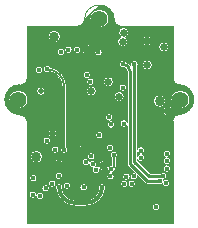
<source format=gbr>
G04 EasyPC Gerber Version 21.0.3 Build 4286 *
G04 #@! TF.Part,Single*
G04 #@! TF.FileFunction,Copper,L3,Inr *
G04 #@! TF.FilePolarity,Positive *
%FSLAX35Y35*%
%MOIN*%
%ADD10C,0.00001*%
%ADD18C,0.00600*%
%ADD17C,0.00800*%
%ADD16C,0.01100*%
%ADD70C,0.01200*%
G04 #@! TA.AperFunction,ViaPad*
%ADD12C,0.01700*%
%ADD14C,0.02000*%
%ADD13C,0.02600*%
%ADD15C,0.03400*%
G04 #@! TA.AperFunction,WasherPad*
%ADD11C,0.05500*%
X0Y0D02*
D02*
D10*
X44434Y23760D02*
Y22340D01*
G75*
G02X45234Y23050I1150J-490*
G01*
G75*
G02X44434Y23760I350J1200*
G01*
G36*
Y22340*
G75*
G02X45234Y23050I1150J-490*
G01*
G75*
G02X44434Y23760I350J1200*
G01*
G37*
X63284Y41250D02*
G75*
G03X58284Y46250I-5000D01*
G01*
G75*
G02X56284Y48250J2000*
G01*
Y65750*
X38784*
G75*
G02X36784Y67750J2000*
G01*
G75*
G03X26784I-5000*
G01*
G75*
G02X24784Y65750I-2000*
G01*
X7784*
Y48250*
G75*
G02X5784Y46250I-2000*
G01*
X5284*
G75*
G03X250Y41216J-5034*
G01*
Y41216*
Y41215*
G75*
G03X5284Y36181I5034*
G01*
X5353*
G75*
G02X7784Y33750J-2431*
G01*
Y250*
X56284*
Y34250*
G75*
G02X58284Y36250I2000*
G01*
G75*
G03X63284Y41250J5000*
G01*
X53101Y14335D02*
G75*
G02X55234Y13450I883J-885D01*
G01*
G75*
G02X52767Y13165I-1250*
G01*
G75*
G02X51072Y13100I-883J885*
G01*
X47784*
G75*
G02X47113Y13378I1J951*
G01*
X44481Y16009*
G75*
G02X44534Y15650I-1197J-359*
G01*
G75*
G02X42034I-1250*
G01*
G75*
G02X43644Y16847I1250*
G01*
X41313Y19178*
G75*
G02X41034Y19850I673J672*
G01*
Y32572*
G75*
G02X38734Y33250I-1050J678*
G01*
G75*
G02X41034Y33928I1250*
G01*
Y50750*
Y50750*
G75*
G03X40235Y51983I-1350*
G01*
G75*
G02X38334Y53050I-651J1067*
G01*
G75*
G02X40506Y53894I1250*
G01*
G75*
G02X42284Y52700I-822J-3145*
G01*
G75*
G02X42234Y53050I1200J350*
G01*
G75*
G02X44734I1250*
G01*
G75*
G02X44434Y52237I-1250*
G01*
Y24740*
G75*
G02X46834Y24250I1150J-490*
G01*
G75*
G02X45934Y23050I-1250*
G01*
G75*
G02X46834Y21850I-350J-1200*
G01*
G75*
G02X44434Y21360I-1250*
G01*
Y20943*
X48578Y16800*
X52272*
G75*
G02X54334Y15850I813J-950*
G01*
G75*
G02X53006Y14602I-1250*
G01*
G75*
G02X53101Y14335I-1120J-552*
G01*
X53710Y5850D02*
X54118D01*
G75*
G02X53084Y4816I-1234J200*
G01*
Y5224*
G75*
G03X53710Y5850I-201J827*
G01*
X53084Y7284D02*
G75*
G02X54118Y6250I-200J-1234D01*
G01*
X53710*
G75*
G03X53084Y6876I-827J-201*
G01*
Y7284*
X51650Y6250D02*
G75*
G02X52684Y7284I1234J-200D01*
G01*
Y6876*
G75*
G03X52058Y6250I201J-827*
G01*
X51650*
X52058Y5850D02*
G75*
G03X52684Y5224I827J201D01*
G01*
Y4816*
G75*
G02X51930Y5243I200J1234*
G01*
G75*
G02X49434Y5350I-1245J107*
G01*
G75*
G02X51830Y5850I1250*
G01*
X52058*
X40434Y14350D02*
G75*
G02X41334Y13150I-350J-1200D01*
G01*
G75*
G02X38834I-1250*
G01*
G75*
G02X40434Y14350I1250*
G01*
X39534Y15550D02*
G75*
G02X42034I1250D01*
G01*
G75*
G02X40434Y14350I-1250*
G01*
G75*
G02X39534Y15550I350J1200*
G01*
X41334Y13150D02*
G75*
G02X43834I1250D01*
G01*
G75*
G02X41334I-1250*
G01*
X46400Y60550D02*
G75*
G03X47484Y59465I1285J200D01*
G01*
Y59062*
G75*
G02X45996Y60550I200J1689*
G01*
X46400*
X46084Y52750D02*
G75*
G02X49484I1700D01*
G01*
G75*
G02X46084I-1700*
G01*
X45996Y60950D02*
G75*
G02X47484Y62438I1689J-200D01*
G01*
Y62035*
G75*
G03X46400Y60950I200J-1285*
G01*
X45996*
X48969Y60550D02*
X49372D01*
G75*
G02X47884Y59062I-1689J200*
G01*
Y59465*
G75*
G03X48969Y60550I-200J1285*
G01*
X47884Y62438D02*
G75*
G02X49372Y60950I-200J-1689D01*
G01*
X48969*
G75*
G03X47884Y62035I-1285J-200*
G01*
Y62438*
X49784Y40750D02*
G75*
G02X53984I2100D01*
G01*
G75*
G02X49784I-2100*
G01*
X53300Y37250D02*
G75*
G03X54384Y36165I1285J200D01*
G01*
Y35762*
G75*
G02X52896Y37250I200J1689*
G01*
X53300*
X54284Y19500D02*
G75*
G02X55534Y18250J-1250D01*
G01*
G75*
G02X53034I-1250*
G01*
G75*
G02X54284Y19500I1250*
G01*
X53034Y23189D02*
G75*
G02X55534I1250D01*
G01*
G75*
G02X54559Y21969I-1250*
G01*
G75*
G02X55534Y20750I-275J-1219*
G01*
G75*
G02X54284Y19500I-1250*
G01*
G75*
G02X53034Y20750J1250*
G01*
G75*
G02X54009Y21969I1250*
G01*
G75*
G02X53034Y23189I275J1219*
G01*
X52896Y37650D02*
G75*
G02X54384Y39138I1689J-200D01*
G01*
Y38735*
G75*
G03X53300Y37650I200J-1285*
G01*
X52896*
X51584Y58750D02*
G75*
G02X54984I1700D01*
G01*
G75*
G02X51584I-1700*
G01*
X52558Y55350D02*
G75*
G03X53184Y54724I827J201D01*
G01*
Y54316*
G75*
G02X52150Y55350I200J1234*
G01*
X52558*
X52150Y55750D02*
G75*
G02X53184Y56784I1234J-200D01*
G01*
Y56376*
G75*
G03X52558Y55750I201J-827*
G01*
X52150*
X54210Y55350D02*
X54618D01*
G75*
G02X53584Y54316I-1234J200*
G01*
Y54724*
G75*
G03X54210Y55350I-201J827*
G01*
X53584Y56784D02*
G75*
G02X54618Y55750I-200J-1234D01*
G01*
X54210*
G75*
G03X53584Y56376I-827J-201*
G01*
Y56784*
X55869Y37250D02*
X56272D01*
G75*
G02X54784Y35762I-1689J200*
G01*
Y36165*
G75*
G03X55869Y37250I-200J1285*
G01*
X54784Y39138D02*
G75*
G02X56272Y37650I-200J-1689D01*
G01*
X55869*
G75*
G03X54784Y38735I-1285J-200*
G01*
Y39138*
X55634Y41250D02*
G75*
G02X61934I3150D01*
G01*
G75*
G02X55634I-3150*
G01*
X38184Y63550D02*
G75*
G02X41584I1700D01*
G01*
G75*
G02X40516Y61972I-1700*
G01*
G75*
G02X41284Y60550I-932J-1422*
G01*
G75*
G02X37884I-1700*
G01*
G75*
G02X38952Y62128I1700*
G01*
G75*
G02X38184Y63550I932J1422*
G01*
X38334Y45250D02*
G75*
G02X40834I1250D01*
G01*
G75*
G02X38334I-1250*
G01*
X28569Y57950D02*
X28972D01*
G75*
G02X27484Y56462I-1689J200*
G01*
Y56865*
G75*
G03X28569Y57950I-200J1285*
G01*
X27484Y59838D02*
G75*
G02X28972Y58350I-200J-1689D01*
G01*
X28569*
G75*
G03X27484Y59435I-1285J-200*
G01*
Y59838*
X28634Y68250D02*
G75*
G02X34934I3150D01*
G01*
G75*
G02X28634I-3150*
G01*
X30234Y56950D02*
G75*
G02X32734I1250D01*
G01*
G75*
G02X30234I-1250*
G01*
X33084Y47139D02*
G75*
G02X36484I1700D01*
G01*
G75*
G02X33084I-1700*
G01*
X35334Y22750D02*
G75*
G02X37834I1250D01*
G01*
G75*
G02X37384Y21789I-1250*
G01*
Y18850*
Y18850*
G75*
G02X37014Y17826I-1599*
G01*
G75*
G02X35948Y16811I-1230J224*
G01*
G75*
G02X36734Y15650I-464J-1161*
G01*
G75*
G02X34234I-1250*
G01*
G75*
G02X35320Y16889I1250*
G01*
G75*
G02X34534Y18050I464J1161*
G01*
G75*
G02X34561Y18309I1250J0*
G01*
G75*
G02X33284Y17462I-1478J842*
G01*
Y17865*
G75*
G03X34369Y18950I-200J1285*
G01*
X34772*
G75*
G02X34729Y18720I-1690J201*
G01*
G75*
G02X35784Y19300I1056J-670*
G01*
Y21789*
G75*
G02X35334Y22750I800J961*
G01*
X33284Y20838D02*
G75*
G02X34772Y19350I-200J-1689D01*
G01*
X34369*
G75*
G03X33284Y20435I-1285J-200*
G01*
Y20838*
X35619Y34198D02*
G75*
G02X36934Y32950I65J-1248D01*
G01*
G75*
G02X34434I-1250*
G01*
G75*
G02X35149Y34080I1250*
G01*
G75*
G02X33834Y35328I-65J1248*
G01*
G75*
G02X36334I1250*
G01*
G75*
G02X35619Y34198I-1250*
G01*
X34134Y25150D02*
G75*
G02X36634I1250D01*
G01*
G75*
G02X34134I-1250*
G01*
X36684Y42250D02*
G75*
G02X40084I1700D01*
G01*
G75*
G02X36684I-1700*
G01*
X25596Y58350D02*
G75*
G02X27084Y59838I1689J-200D01*
G01*
Y59435*
G75*
G03X26000Y58350I200J-1285*
G01*
X25596*
X10831Y9633D02*
G75*
G02X13234Y9150I1153J-483D01*
G01*
G75*
G02X10737Y9067I-1250*
G01*
G75*
G02X8334Y9550I-1153J483*
G01*
G75*
G02X10831Y9633I1250*
G01*
X8534Y15050D02*
G75*
G02X11034I1250D01*
G01*
G75*
G02X8534I-1250*
G01*
X8684Y22150D02*
G75*
G02X12884I2100D01*
G01*
G75*
G02X8684I-2100*
G01*
X12634Y11650D02*
G75*
G02X15134I1250D01*
G01*
G75*
G02X12634I-1250*
G01*
X10434Y51150D02*
G75*
G02X12934I1250D01*
G01*
G75*
G02X10434I-1250*
G01*
X10884Y44050D02*
G75*
G02X13684I1400D01*
G01*
G75*
G02X10884I-1400*
G01*
X13034Y27550D02*
G75*
G02X15534I1250D01*
G01*
G75*
G02X13034I-1250*
G01*
X14834Y13250D02*
G75*
G02X17334I1250D01*
G01*
G75*
G02X14834I-1250*
G01*
X31434Y11950D02*
G75*
G02X33934I1250D01*
G01*
G75*
G02X33629Y11131I-1250*
G01*
G75*
G02X27584Y5850I-6045J819*
G01*
X23484*
G75*
G02X17439Y11131J6100*
G01*
G75*
G02X17134Y11950I945J819*
G01*
G75*
G02X19634I1250*
G01*
G75*
G02X19439Y11280I-1250*
G01*
G75*
G03X23484Y7850I4045J670*
G01*
X27584*
G75*
G03X31629Y11280J4100*
G01*
G75*
G02X31434Y11950I1055J670*
G01*
X20784Y25585D02*
G75*
G02X21334Y24550I-700J-1035D01*
G01*
G75*
G02X18834I-1250*
G01*
G75*
G02X19384Y25585I1250*
G01*
Y45650*
G75*
G03X15350Y50556I-5000J0*
G01*
G75*
G02X13134Y51350I-965J794*
G01*
G75*
G02X15478Y51956I1250*
G01*
G75*
G02X20784Y45650I-1093J-6306*
G01*
Y45650*
Y25585*
X19734Y12550D02*
G75*
G02X22234I1250D01*
G01*
G75*
G02X19734I-1250*
G01*
X17010Y29750D02*
X17418D01*
G75*
G02X16384Y28716I-1234J200*
G01*
Y29124*
G75*
G03X17010Y29750I-201J827*
G01*
X16384Y31184D02*
G75*
G02X17418Y30150I-200J-1234D01*
G01*
X17010*
G75*
G03X16384Y30776I-827J-201*
G01*
Y31184*
X19210Y19950D02*
X19618D01*
G75*
G02X18584Y18916I-1234J200*
G01*
Y19324*
G75*
G03X19210Y19950I-201J827*
G01*
X18584Y21384D02*
G75*
G02X19618Y20350I-200J-1234D01*
G01*
X19210*
G75*
G03X18584Y20976I-827J-201*
G01*
Y21384*
X15358Y29750D02*
G75*
G03X15984Y29124I827J201D01*
G01*
Y28716*
G75*
G02X14950Y29750I200J1234*
G01*
X15358*
X15834Y24550D02*
G75*
G02X18334I1250D01*
G01*
G75*
G02X15834I-1250*
G01*
X17034Y15850D02*
G75*
G02X19534I1250D01*
G01*
G75*
G02X17034I-1250*
G01*
X17558Y19950D02*
G75*
G03X18184Y19324I827J201D01*
G01*
Y18916*
G75*
G02X17150Y19950I200J1234*
G01*
X17558*
X17150Y20350D02*
G75*
G02X18184Y21384I1234J-200D01*
G01*
Y20976*
G75*
G03X17558Y20350I201J-827*
G01*
X17150*
X14950Y30150D02*
G75*
G02X15984Y31184I1234J-200D01*
G01*
Y30776*
G75*
G03X15358Y30150I201J-827*
G01*
X14950*
X14684Y62250D02*
G75*
G02X18884I2100D01*
G01*
G75*
G02X14684I-2100*
G01*
X17734Y57050D02*
G75*
G02X20234I1250D01*
G01*
G75*
G02X17734I-1250*
G01*
X20234Y57850D02*
G75*
G02X22734I1250D01*
G01*
G75*
G02X20234I-1250*
G01*
X26000Y57950D02*
G75*
G03X27084Y56865I1285J200D01*
G01*
Y56462*
G75*
G02X25631Y57756I200J1689*
G01*
G75*
G02X23134Y57850I-1246J94*
G01*
G75*
G02X25630Y57950I1250*
G01*
X26000*
X31800Y18950D02*
G75*
G03X32884Y17865I1285J200D01*
G01*
Y17462*
G75*
G02X31924Y17907I201J1689*
G01*
G75*
G02X31934Y17750I-1241J-157*
G01*
G75*
G02X29434I-1250*
G01*
G75*
G02X29687Y18504I1250*
G01*
G75*
G02X28337Y19675I-103J1246*
G01*
G75*
G02X26034Y20350I-1052J675*
G01*
G75*
G02X28532Y20425I1250*
G01*
G75*
G02X30834Y19750I1052J-675*
G01*
G75*
G02X30581Y18996I-1250*
G01*
G75*
G02X31431Y18752I103J-1246*
G01*
G75*
G02X31396Y18950I1654J398*
G01*
X31800*
X27147Y24050D02*
X27550D01*
G75*
G02X26062Y22562I-1689J200*
G01*
Y22965*
G75*
G03X27147Y24050I-200J1285*
G01*
X26062Y25938D02*
G75*
G02X27550Y24450I-200J-1689D01*
G01*
X27147*
G75*
G03X26062Y25535I-1285J-200*
G01*
Y25938*
X26334Y49450D02*
G75*
G02X28834I1250D01*
G01*
G75*
G02X26334I-1250*
G01*
X27384Y44050D02*
G75*
G02X30784I1700D01*
G01*
G75*
G02X27384I-1700*
G01*
X27834Y22290D02*
G75*
G02X30334I1250D01*
G01*
G75*
G02X27834I-1250*
G01*
X30534Y29350D02*
G75*
G02X33034I1250D01*
G01*
G75*
G02X30534I-1250*
G01*
X31396Y19350D02*
G75*
G02X32884Y20838I1689J-200D01*
G01*
Y20435*
G75*
G03X31800Y19350I200J-1285*
G01*
X31396*
X27534Y47139D02*
G75*
G02X30034I1250D01*
G01*
G75*
G02X27534I-1250*
G01*
X24578Y24050D02*
G75*
G03X25662Y22965I1285J200D01*
G01*
Y22562*
G75*
G02X24174Y24050I200J1689*
G01*
X24578*
X25334Y11950D02*
G75*
G02X27834I1250D01*
G01*
G75*
G02X25334I-1250*
G01*
X24174Y24450D02*
G75*
G02X25662Y25938I1689J-200D01*
G01*
Y25535*
G75*
G03X24578Y24450I200J-1285*
G01*
X24174*
X1634Y41250D02*
G75*
G02X7934I3150D01*
G01*
G75*
G02X1634I-3150*
G01*
X56284Y5333D02*
G36*
X53908D01*
G75*
G02X53084Y4816I-1024J717*
G01*
Y5224*
G75*
G03X53340Y5333I-201J827*
G01*
X52428*
G75*
G03X52684Y5224I457J718*
G01*
Y4816*
G75*
G02X51930Y5243I199J1233*
G01*
G75*
G02X49434Y5333I-1245J107*
G01*
X7784*
Y250*
X56284*
Y5333*
G37*
Y6767D02*
G36*
X53908D01*
G75*
G02X54118Y6250I-1024J-717*
G01*
X53710*
G75*
G03X53340Y6767I-827J-201*
G01*
X52428*
G75*
G03X52058Y6250I457J-718*
G01*
X51650*
G75*
G02X51860Y6767I1234J-200*
G01*
X30801*
G75*
G02X27584Y5850I-3217J5183*
G01*
X23484*
G75*
G02X20267Y6767I0J6100*
G01*
X7784*
Y5333*
X49434*
G75*
G02Y5350I1253J9*
G01*
G75*
G02X51830Y5850I1250*
G01*
X52058*
G75*
G03X52428Y5333I827J201*
G01*
X53340*
G75*
G03X53710Y5850I-457J718*
G01*
X54118*
G75*
G02X53908Y5333I-1234J200*
G01*
X56284*
Y6767*
G37*
Y9350D02*
G36*
X33103D01*
G75*
G02X30801Y6767I-5518J2600*
G01*
X51860*
G75*
G02X52684Y7284I1024J-717*
G01*
Y6876*
G75*
G03X52428Y6767I201J-827*
G01*
X53340*
G75*
G03X53084Y6876I-457J-718*
G01*
Y7284*
G75*
G02X53908Y6767I-200J-1234*
G01*
X56284*
Y9350*
G37*
X20267Y6767D02*
G36*
G75*
G02X17966Y9350I3217J5183D01*
G01*
X13218*
G75*
G02X13234Y9150I-1235J-200*
G01*
G75*
G02X10737Y9067I-1250*
G01*
G75*
G02X8350Y9350I-1153J483*
G01*
X7784*
Y6767*
X20267*
G37*
X30754Y9350D02*
G36*
X20314D01*
G75*
G03X23484Y7850I3170J2600*
G01*
X27584*
G75*
G03X30754Y9350J4100*
G01*
G37*
X56284Y11650D02*
G36*
X33898D01*
G75*
G02X33629Y11131I-1214J300*
G01*
G75*
G02X33103Y9350I-6044J817*
G01*
X56284*
Y11650*
G37*
X17966Y9350D02*
G36*
G75*
G02X17439Y11131I5518J2599D01*
G01*
G75*
G02X17171Y11650I946J819*
G01*
X15134*
G75*
G02X12634I-1250*
G01*
X7784*
Y9350*
X8350*
G75*
G02X8334Y9550I1235J200*
G01*
G75*
G02X10831Y9633I1250*
G01*
G75*
G02X13218Y9350I1153J-483*
G01*
X17966*
G37*
X31471Y11650D02*
G36*
X27798D01*
G75*
G02X25371I-1213J300*
G01*
X21852*
G75*
G02X20117I-867J900*
G01*
X19598*
G75*
G02X19439Y11280I-1211J299*
G01*
G75*
G03X20314Y9350I4045J670*
G01*
X30754*
G75*
G03X31629Y11280I-3170J2600*
G01*
G75*
G02X31471Y11650I1053J669*
G01*
G37*
X56284Y13150D02*
G36*
X55198D01*
G75*
G02X52771I-1213J300*
G01*
X52752*
G75*
G02X51072Y13100I-868J900*
G01*
X47784*
G75*
G02X47481Y13150I1J951*
G01*
X43834*
G75*
G02X41334I-1250*
G01*
G75*
G02X38834I-1250*
G01*
X33034*
G75*
G02X33934Y11950I-350J-1200*
G01*
G75*
G02X33898Y11650I-1251J0*
G01*
X56284*
Y13150*
G37*
X17171Y11650D02*
G36*
G75*
G02X17134Y11950I1215J300D01*
G01*
G75*
G02X18034Y13150I1250*
G01*
X17330*
G75*
G02X14838I-1246J100*
G01*
X7784*
Y11650*
X12634*
G75*
G02X15134I1250*
G01*
X17171*
G37*
X19888Y13150D02*
G36*
X18734D01*
G75*
G02X19634Y11950I-350J-1200*
G01*
Y11950*
G75*
G02X19598Y11650I-1248J0*
G01*
X20117*
G75*
G02X19734Y12550I867J900*
G01*
G75*
G02X19888Y13150I1250J0*
G01*
G37*
X25371Y11650D02*
G36*
G75*
G02X25334Y11950I1213J300D01*
G01*
G75*
G02X26234Y13150I1250*
G01*
X22081*
G75*
G02X22234Y12550I-1096J-600*
G01*
G75*
G02X21852Y11650I-1250*
G01*
X25371*
G37*
X31471D02*
G36*
G75*
G02X31434Y11950I1212J300D01*
G01*
Y11950*
G75*
G02X32334Y13150I1250*
G01*
X26934*
G75*
G02X27834Y11950I-350J-1200*
G01*
G75*
G02X27798Y11650I-1250J0*
G01*
X31471*
G37*
X44941Y15550D02*
G36*
X44530D01*
G75*
G02X42038I-1246J100*
G01*
X42034*
G75*
G02X40434Y14350I-1250*
G01*
G75*
G02X39534Y15550I350J1200*
G01*
X36730*
G75*
G02X34238I-1246J100*
G01*
X19498*
G75*
G02X17071I-1213J300*
G01*
X10930*
G75*
G02X11034Y15050I-1146J-500*
G01*
G75*
G02X8534I-1250*
G01*
G75*
G02X8639Y15550I1250*
G01*
X7784*
Y13150*
X14838*
G75*
G02X14834Y13250I1246J99*
G01*
G75*
G02X17334I1250*
G01*
G75*
G02X17330Y13150I-1250J-1*
G01*
X18034*
G75*
G02X18734I350J-1200*
G01*
X19888*
G75*
G02X22081I1096J-600*
G01*
X26234*
G75*
G02X26934I350J-1200*
G01*
X32334*
G75*
G02X33034I350J-1200*
G01*
X38834*
G75*
G02X40434Y14350I1250*
G01*
G75*
G02X41334Y13150I-350J-1200*
G01*
G75*
G02X43834I1250*
G01*
X47481*
G75*
G02X47113Y13378I304J902*
G01*
X44941Y15550*
G37*
X52771Y13150D02*
G36*
G75*
G02X52767Y13165I1214J295D01*
G01*
G75*
G02X52752Y13150I-883J891*
G01*
X52771*
G37*
X56284Y15550D02*
G36*
X54298D01*
G75*
G02X53006Y14602I-1213J300*
G01*
G75*
G02X53101Y14335I-1121J-552*
G01*
G75*
G02X55234Y13450I883J-885*
G01*
G75*
G02X55198Y13150I-1250J0*
G01*
X56284*
Y15550*
G37*
X34550Y18250D02*
G36*
X34526D01*
G75*
G02X33284Y17462I-1442J900*
G01*
Y17865*
G75*
G03X34022Y18250I-200J1285*
G01*
X32146*
G75*
G03X32884Y17865I938J900*
G01*
Y17462*
G75*
G02X31924Y17907I202J1693*
G01*
G75*
G02X31934Y17753I-1211J-155*
G01*
G75*
G02Y17750I-1196J-1*
G01*
G75*
G02X29434I-1250*
G01*
Y17750*
G75*
G02X29539Y18250I1249*
G01*
X7784*
Y15550*
X8639*
G75*
G02X10930I1146J-500*
G01*
X17071*
G75*
G02X17034Y15850I1213J300*
G01*
G75*
G02X19534I1250*
G01*
G75*
G02X19498Y15550I-1250J0*
G01*
X34238*
G75*
G02X34234Y15650I1246J99*
G01*
Y15650*
G75*
G02X35320Y16889I1250*
G01*
G75*
G02X34534Y18050I463J1161*
G01*
G75*
G02Y18052I1239J1*
G01*
G75*
G02X34550Y18250I1226J0*
G01*
G37*
X42241D02*
G36*
X37268D01*
G75*
G02X37014Y17826I-1481J599*
G01*
G75*
G02X35948Y16811I-1230J224*
G01*
G75*
G02X36734Y15650I-463J-1161*
G01*
G75*
G02X36730Y15550I-1250J-1*
G01*
X39534*
G75*
G02X42034I1250*
G01*
X42038*
G75*
G02X42034Y15650I1246J99*
G01*
Y15650*
G75*
G02X43644Y16847I1250*
G01*
X42241Y18250*
G37*
X44941Y15550D02*
G36*
X44481Y16009D01*
G75*
G02X44534Y15650I-1212J-361*
G01*
G75*
G02X44530Y15550I-1250J-1*
G01*
X44941*
G37*
X56284Y18250D02*
G36*
X55534D01*
G75*
G02X53034I-1250*
G01*
X47128*
X48578Y16800*
X52272*
G75*
G02X54334Y15850I813J-950*
G01*
G75*
G02X54298Y15550I-1250J0*
G01*
X56284*
Y18250*
G37*
X29539D02*
G36*
G75*
G02X29687Y18504I1145J-499D01*
G01*
G75*
G02X28375Y19433I-103J1246*
G01*
X28134*
G75*
G02X26435I-850J917*
G01*
X19408*
G75*
G02X18584Y18916I-1024J717*
G01*
Y19324*
G75*
G03X18840Y19433I-201J827*
G01*
X17928*
G75*
G03X18184Y19324I457J718*
G01*
Y18916*
G75*
G02X17360Y19433I200J1234*
G01*
X7784*
Y18250*
X29539*
G37*
X34550D02*
G36*
G75*
G02X34561Y18309I1210J-197D01*
G01*
G75*
G02X34526Y18250I-1478J843*
G01*
X34550*
G37*
X35784Y19433D02*
G36*
X34761D01*
G75*
G02X34772Y19350I-1678J-281*
G01*
X34369*
G75*
G03X34353Y19433I-1285J-201*
G01*
X31815*
G75*
G03X31800Y19350I1269J-284*
G01*
X31396*
G75*
G02X31408Y19433I1689J-198*
G01*
X30793*
G75*
G02X30581Y18996I-1208J316*
G01*
G75*
G02X31431Y18752I104J-1245*
G01*
G75*
G02X31396Y18950I1749J415*
G01*
X31800*
G75*
G03X32146Y18250I1285J200*
G01*
X34022*
G75*
G03X34369Y18950I-938J900*
G01*
X34772*
G75*
G02X34729Y18720I-1638J191*
G01*
G75*
G02X35784Y19300I1056J-670*
G01*
Y19433*
G37*
X42241Y18250D02*
G36*
X41313Y19178D01*
G75*
G02X41131Y19433I673J673*
G01*
X37384*
Y18850*
Y18850*
Y18849*
G75*
G02X37268Y18250I-1598*
G01*
X42241*
G37*
X53034D02*
G36*
G75*
G02X53881Y19433I1250D01*
G01*
X45944*
X47128Y18250*
X53034*
G37*
X56284Y19433D02*
G36*
X54688D01*
G75*
G02X55534Y18250I-404J-1183*
G01*
X56284*
Y19433*
G37*
X26061Y20094D02*
G36*
X11212D01*
G75*
G02X10356I-428J2055*
G01*
X7784*
Y19433*
X17360*
G75*
G02X17150Y19950I1024J717*
G01*
X17558*
G75*
G03X17928Y19433I827J201*
G01*
X18840*
G75*
G03X19210Y19950I-457J718*
G01*
X19618*
G75*
G02X19408Y19433I-1234J200*
G01*
X26435*
G75*
G02X26061Y20094I850J917*
G01*
G37*
X28375Y19433D02*
G36*
G75*
G02X28337Y19675I1209J317D01*
G01*
G75*
G02X28134Y19433I-1052J675*
G01*
X28375*
G37*
X31671Y20094D02*
G36*
X30786D01*
G75*
G02X30834Y19750I-1202J-344*
G01*
Y19750*
G75*
G02X30793Y19433I-1250J1*
G01*
X31408*
G75*
G02X31671Y20094I1677J-284*
G01*
G37*
X34353Y19433D02*
G36*
G75*
G03X33978Y20094I-1269J-283D01*
G01*
X32191*
G75*
G03X31815Y19433I894J-944*
G01*
X34353*
G37*
X35784Y20094D02*
G36*
X34498D01*
G75*
G02X34761Y19433I-1414J-945*
G01*
X35784*
Y20094*
G37*
X41131Y19433D02*
G36*
G75*
G02X41034Y19850I855J417D01*
G01*
Y20094*
X37384*
Y19433*
X41131*
G37*
X56284Y20094D02*
G36*
X55348D01*
G75*
G02X54284Y19500I-1064J656*
G01*
G75*
G02X53220Y20094J1250*
G01*
X45283*
X45944Y19433*
X53881*
G75*
G02X54284Y19500I404J-1183*
G01*
G75*
G02X54688Y19433J-1250*
G01*
X56284*
Y20094*
G37*
X9122Y20867D02*
G36*
X7784D01*
Y20094*
X10356*
G75*
G02X9122Y20867I428J2056*
G01*
G37*
X29023D02*
G36*
X28422D01*
G75*
G02X28532Y20425I-1138J-517*
G01*
G75*
G02X29023Y20867I1052J-675*
G01*
G37*
X26061Y20094D02*
G36*
G75*
G02X26034Y20350I1224J256D01*
G01*
G75*
G02X26146Y20867I1250J0*
G01*
X19408*
G75*
G02X19618Y20350I-1024J-717*
G01*
X19210*
G75*
G03X18840Y20867I-827J-201*
G01*
X17928*
G75*
G03X17558Y20350I457J-718*
G01*
X17150*
G75*
G02X17360Y20867I1234J-200*
G01*
X12447*
G75*
G02X11212Y20094I-1663J1283*
G01*
X26061*
G37*
X35784Y20867D02*
G36*
X30146D01*
G75*
G02X30786Y20094I-561J-1117*
G01*
X31671*
G75*
G02X32884Y20838I1414J-944*
G01*
Y20435*
G75*
G03X32191Y20094I200J-1285*
G01*
X33978*
G75*
G03X33284Y20435I-894J-944*
G01*
Y20838*
G75*
G02X34498Y20094I-201J-1689*
G01*
X35784*
Y20867*
G37*
X41034Y20094D02*
G36*
Y20867D01*
X37384*
Y20094*
X41034*
G37*
X53040Y20867D02*
G36*
X46356D01*
G75*
G02X44812I-772J983*
G01*
X44511*
X45283Y20094*
X53220*
G75*
G02X53034Y20750I1064J656*
G01*
G75*
G02X53040Y20867I1250J0*
G01*
G37*
X56284D02*
G36*
X55529D01*
G75*
G02X55534Y20750I-1244J-117*
G01*
Y20750*
G75*
G02X55348Y20094I-1250*
G01*
X56284*
Y20867*
G37*
X8692Y21969D02*
G36*
X7784D01*
Y20867*
X9122*
G75*
G02X8692Y21969I1663J1283*
G01*
G37*
X35608D02*
G36*
X30293D01*
G75*
G02X27876I-1208J321*
G01*
X12876*
G75*
G02X12447Y20867I-2092J180*
G01*
X17360*
G75*
G02X18184Y21384I1024J-717*
G01*
Y20976*
G75*
G03X17928Y20867I201J-827*
G01*
X18840*
G75*
G03X18584Y20976I-457J-718*
G01*
Y21384*
G75*
G02X19408Y20867I-200J-1234*
G01*
X26146*
G75*
G02X28422I1138J-517*
G01*
X29023*
G75*
G02X30146I561J-1117*
G01*
X35784*
Y21789*
G75*
G02X35608Y21969I801J962*
G01*
G37*
X44511Y20867D02*
G36*
X44812D01*
G75*
G02X44434Y21360I772J983*
G01*
Y20943*
X44511Y20867*
G37*
X41034Y21969D02*
G36*
X37561D01*
G75*
G02X37384Y21789I-978J782*
G01*
Y20867*
X41034*
Y21969*
G37*
X53040Y20867D02*
G36*
G75*
G02X54009Y21969I1245J-117D01*
G01*
X46829*
G75*
G02X46834Y21850I-1244J-117*
G01*
G75*
G02X46356Y20867I-1250*
G01*
X53040*
G37*
X56284Y21969D02*
G36*
X54559D01*
G75*
G02X55529Y20867I-275J-1219*
G01*
X56284*
Y21969*
G37*
X8692D02*
G36*
G75*
G02X8684Y22150I2093J182D01*
G01*
G75*
G02X9031Y23306I2100*
G01*
X7784*
Y21969*
X8692*
G37*
X27876D02*
G36*
G75*
G02X27834Y22290I1208J320D01*
G01*
G75*
G02X28356Y23306I1250*
G01*
X27276*
G75*
G02X26062Y22562I-1414J944*
G01*
Y22965*
G75*
G03X26756Y23306I-200J1285*
G01*
X24969*
G75*
G03X25662Y22965I894J944*
G01*
Y22562*
G75*
G02X24449Y23306I201J1689*
G01*
X20206*
G75*
G02X19963I-121J1243*
G01*
X17206*
G75*
G02X16963I-121J1243*
G01*
X12537*
G75*
G02X12884Y22150I-1753J-1156*
G01*
G75*
G02X12876Y21969I-2100J1*
G01*
X27876*
G37*
X35465Y23306D02*
G36*
X29813D01*
G75*
G02X30334Y22290I-728J-1016*
G01*
G75*
G02X30293Y21969I-1250J0*
G01*
X35608*
G75*
G02X35334Y22750I977J781*
G01*
G75*
G02X35465Y23306I1250J0*
G01*
G37*
X41034Y21969D02*
G36*
Y23306D01*
X37704*
G75*
G02X37834Y22750I-1120J-556*
G01*
G75*
G02X37561Y21969I-1251*
G01*
X41034*
G37*
X53040Y23306D02*
G36*
X46404D01*
G75*
G02X45934Y23050I-819J944*
G01*
G75*
G02X46829Y21969I-350J-1200*
G01*
X54009*
G75*
G02X53034Y23188I275J1219*
G01*
Y23189*
G75*
G02X53040Y23306I1250*
G01*
G37*
X56284D02*
G36*
X55529D01*
G75*
G02X55534Y23189I-1244J-117*
G01*
G75*
G02X54559Y21969I-1250J0*
G01*
X56284*
Y23306*
G37*
X15988Y25150D02*
G36*
X7784D01*
Y23306*
X9031*
G75*
G02X12537I1753J-1156*
G01*
X16963*
G75*
G02X15834Y24550I121J1244*
G01*
G75*
G02X15988Y25150I1250J0*
G01*
G37*
X18988D02*
G36*
X18181D01*
G75*
G02X18334Y24550I-1096J-600*
G01*
G75*
G02X17206Y23306I-1250*
G01*
X19963*
G75*
G02X18834Y24550I121J1244*
G01*
G75*
G02X18988Y25150I1250J0*
G01*
G37*
X41034Y23306D02*
G36*
Y25150D01*
X36634*
G75*
G02X34134I-1250*
G01*
X27304*
G75*
G02X27550Y24450I-1443J-900*
G01*
X27147*
G75*
G03X26800Y25150I-1285J-200*
G01*
X24924*
G75*
G03X24578Y24450I938J-900*
G01*
X24174*
G75*
G02X24420Y25150I1689J-200*
G01*
X21181*
G75*
G02X21334Y24550I-1096J-600*
G01*
G75*
G02X20206Y23306I-1250*
G01*
X24449*
G75*
G02X24174Y24050I1414J945*
G01*
X24578*
G75*
G03X24969Y23306I1285J200*
G01*
X26756*
G75*
G03X27147Y24050I-894J944*
G01*
X27550*
G75*
G02X27276Y23306I-1689J201*
G01*
X28356*
G75*
G02X29813I728J-1015*
G01*
X35465*
G75*
G02X37704I1120J-556*
G01*
X41034*
G37*
X44717Y25150D02*
G36*
X44434D01*
Y24740*
G75*
G02X44717Y25150I1150J-490*
G01*
G37*
X56284D02*
G36*
X46452D01*
G75*
G02X46834Y24250I-868J-900*
G01*
G75*
G02X46404Y23306I-1250*
G01*
X53040*
G75*
G02X55529I1244J-117*
G01*
X56284*
Y25150*
G37*
X18988D02*
G36*
G75*
G02X19384Y25585I1096J-600D01*
G01*
Y27550*
X15534*
G75*
G02X13034I-1250*
G01*
X7784*
Y25150*
X15988*
G75*
G02X18181I1096J-600*
G01*
X18988*
G37*
X41034Y27550D02*
G36*
X20784D01*
Y25585*
G75*
G02X21181Y25150I-700J-1035*
G01*
X24420*
G75*
G02X25662Y25938I1443J-901*
G01*
Y25535*
G75*
G03X24924Y25150I200J-1285*
G01*
X26800*
G75*
G03X26062Y25535I-938J-900*
G01*
Y25938*
G75*
G02X27304Y25150I-200J-1689*
G01*
X34134*
G75*
G02X36634I1250*
G01*
X41034*
Y27550*
G37*
X56284D02*
G36*
X44434D01*
Y25150*
X44717*
G75*
G02X46452I868J-900*
G01*
X56284*
Y27550*
G37*
X19384Y29233D02*
G36*
X17208D01*
G75*
G02X16384Y28716I-1024J717*
G01*
Y29124*
G75*
G03X16640Y29233I-201J827*
G01*
X15728*
G75*
G03X15984Y29124I457J718*
G01*
Y28716*
G75*
G02X15160Y29233I200J1234*
G01*
X7784*
Y27550*
X13034*
G75*
G02X15534I1250*
G01*
X19384*
Y29233*
G37*
X41034D02*
G36*
X33029D01*
G75*
G02X30540I-1244J117*
G01*
X20784*
Y27550*
X41034*
Y29233*
G37*
X56284D02*
G36*
X44434D01*
Y27550*
X56284*
Y29233*
G37*
X19384Y30667D02*
G36*
X17208D01*
G75*
G02X17418Y30150I-1024J-717*
G01*
X17010*
G75*
G03X16640Y30667I-827J-201*
G01*
X15728*
G75*
G03X15358Y30150I457J-718*
G01*
X14950*
G75*
G02X15160Y30667I1234J-200*
G01*
X7784*
Y29233*
X15160*
G75*
G02X14950Y29750I1024J717*
G01*
X15358*
G75*
G03X15728Y29233I827J201*
G01*
X16640*
G75*
G03X17010Y29750I-457J718*
G01*
X17418*
G75*
G02X17208Y29233I-1234J200*
G01*
X19384*
Y30667*
G37*
X41034D02*
G36*
X20784D01*
Y29233*
X30540*
G75*
G02X30534Y29350I1244J117*
G01*
G75*
G02X33034I1250*
G01*
G75*
G02X33029Y29233I-1250J0*
G01*
X41034*
Y30667*
G37*
X56284D02*
G36*
X44434D01*
Y29233*
X56284*
Y30667*
G37*
X19384Y33250D02*
G36*
X7784D01*
Y30667*
X15160*
G75*
G02X15984Y31184I1024J-717*
G01*
Y30776*
G75*
G03X15728Y30667I201J-827*
G01*
X16640*
G75*
G03X16384Y30776I-457J-718*
G01*
Y31184*
G75*
G02X17208Y30667I-200J-1234*
G01*
X19384*
Y33250*
G37*
X38734D02*
G36*
X36898D01*
G75*
G02X36934Y32950I-1214J-300*
G01*
G75*
G02X34434I-1250*
G01*
Y32950*
G75*
G02X34471Y33250I1249J-1*
G01*
X20784*
Y30667*
X41034*
Y32572*
G75*
G02X38734Y33250I-1050J679*
G01*
G37*
X56284D02*
G36*
X44434D01*
Y30667*
X56284*
Y33250*
G37*
X19384Y36506D02*
G36*
X3506D01*
G75*
G03X5284Y36181I1778J4709*
G01*
X5353*
G75*
G02X7784Y33750J-2431*
G01*
Y33250*
X19384*
Y36506*
G37*
X34471Y33250D02*
G36*
G75*
G02X35149Y34080I1213J-300D01*
G01*
G75*
G02X33834Y35328I-65J1248*
G01*
G75*
G02X34666Y36506I1250*
G01*
X20784*
Y33250*
X34471*
G37*
X41034Y36506D02*
G36*
X35502D01*
G75*
G02X36334Y35328I-418J-1178*
G01*
Y35328*
G75*
G02X35619Y34198I-1249*
G01*
G75*
G02X36898Y33250I65J-1248*
G01*
X38734*
G75*
G02X41034Y33928I1250J0*
G01*
Y36506*
G37*
X59864D02*
G36*
X55998D01*
G75*
G02X54784Y35762I-1414J944*
G01*
Y36165*
G75*
G03X55478Y36506I-200J1285*
G01*
X53691*
G75*
G03X54384Y36165I894J944*
G01*
Y35762*
G75*
G02X53171Y36506I201J1689*
G01*
X44434*
Y33250*
X56284*
Y34250*
G75*
G02X58284Y36250I2000*
G01*
G75*
G03X59864Y36506I0J5000*
G01*
G37*
X19384Y38394D02*
G36*
X6113D01*
G75*
G02X3455I-1329J2856*
G01*
X1115*
G75*
G03X3506Y36506I4169J2821*
G01*
X19384*
Y38394*
G37*
X41034D02*
G36*
X20784D01*
Y36506*
X34666*
G75*
G02X35502I418J-1178*
G01*
X41034*
Y38394*
G37*
X62389D02*
G36*
X60113D01*
G75*
G02X57455I-1329J2856*
G01*
X55998*
G75*
G02X56272Y37650I-1414J-945*
G01*
X55869*
G75*
G03X55478Y38394I-1285J-200*
G01*
X53691*
G75*
G03X53300Y37650I894J-944*
G01*
X52896*
G75*
G02X53171Y38394I1689J-201*
G01*
X44434*
Y36506*
X53171*
G75*
G02X52896Y37250I1414J945*
G01*
X53300*
G75*
G03X53691Y36506I1285J200*
G01*
X55478*
G75*
G03X55869Y37250I-894J944*
G01*
X56272*
G75*
G02X55998Y36506I-1689J201*
G01*
X59864*
G75*
G03X62389Y38394I-1579J4744*
G01*
G37*
X1674Y40750D02*
G36*
X272D01*
G75*
G03X1115Y38394I5012J465*
G01*
X3455*
G75*
G02X1674Y40750I1329J2856*
G01*
G37*
X19384D02*
G36*
X7894D01*
G75*
G02X6113Y38394I-3110J500*
G01*
X19384*
Y40750*
G37*
X41034D02*
G36*
X39184D01*
G75*
G02X37584I-800J1500*
G01*
X20784*
Y38394*
X41034*
Y40750*
G37*
X55674D02*
G36*
X53984D01*
G75*
G02X49784I-2100*
G01*
X44434*
Y38394*
X53171*
G75*
G02X54384Y39138I1414J-944*
G01*
Y38735*
G75*
G03X53691Y38394I200J-1285*
G01*
X55478*
G75*
G03X54784Y38735I-894J-944*
G01*
Y39138*
G75*
G02X55998Y38394I-201J-1689*
G01*
X57455*
G75*
G02X55674Y40750I1329J2856*
G01*
G37*
X63259D02*
G36*
X61894D01*
G75*
G02X60113Y38394I-3110J500*
G01*
X62389*
G75*
G03X63259Y40750I-4104J2855*
G01*
G37*
X19384Y45250D02*
G36*
X13006D01*
G75*
G02X13684Y44050I-721J-1200*
G01*
G75*
G02X10884I-1400*
G01*
G75*
G02X11563Y45250I1400*
G01*
X2273*
G75*
G03X250Y41216I3011J-4035*
G01*
Y41216*
Y41215*
Y41214*
G75*
G03X272Y40750I5034J2*
G01*
X1674*
G75*
G02X1634Y41250I3110J499*
G01*
G75*
G02X7934I3150*
G01*
G75*
G02X7894Y40750I-3150J-1*
G01*
X19384*
Y45250*
G37*
X41034D02*
G36*
X40834D01*
G75*
G02X38334I-1250*
G01*
X30289*
G75*
G02X30784Y44050I-1204J-1200*
G01*
G75*
G02X27384I-1700*
G01*
G75*
G02X27880Y45250I1700*
G01*
X20784*
Y40750*
X37584*
G75*
G02X36684Y42250I800J1500*
G01*
G75*
G02X40084I1700*
G01*
G75*
G02X39184Y40750I-1700*
G01*
X41034*
Y45250*
G37*
X61285D02*
G36*
X44434D01*
Y40750*
X49784*
G75*
G02X53984I2100*
G01*
X55674*
G75*
G02X55634Y41250I3110J499*
G01*
G75*
G02X61934I3150*
G01*
G75*
G02X61894Y40750I-3150J-1*
G01*
X63259*
G75*
G03X63284Y41249I-4973J501*
G01*
Y41250*
Y41251*
G75*
G03X61285Y45250I-5000J0*
G01*
G37*
X19384D02*
G36*
Y45650D01*
G75*
G03X19157Y47139I-5000J0*
G01*
X7447*
G75*
G02X5784Y46250I-1663J1111*
G01*
X5284*
G75*
G03X2273Y45250I0J-5035*
G01*
X11563*
G75*
G02X13006I721J-1200*
G01*
X19384*
G37*
X41034Y47139D02*
G36*
X36484D01*
G75*
G02X33084I-1700*
G01*
X30034*
G75*
G02X27534I-1250*
G01*
X20609*
G75*
G02X20784Y45651I-6224J-1489*
G01*
Y45650*
Y45650*
Y45250*
X27880*
G75*
G02X30289I1204J-1200*
G01*
X38334*
G75*
G02X40834I1250*
G01*
X41034*
Y47139*
G37*
X56621D02*
G36*
X44434D01*
Y45250*
X61285*
G75*
G03X58284Y46250I-3000J-4000*
G01*
G75*
G02X56621Y47139J2000*
G01*
G37*
X19157D02*
G36*
G75*
G03X17634Y49450I-4773J-1489D01*
G01*
X7784*
Y48250*
G75*
G02X7447Y47139I-2000*
G01*
X19157*
G37*
X41034Y49450D02*
G36*
X28834D01*
G75*
G02X26334I-1250*
G01*
X19534*
G75*
G02X20609Y47139I-5149J-3799*
G01*
X27534*
G75*
G02X30034I1250*
G01*
X33084*
G75*
G02X36484I1700*
G01*
X41034*
Y49450*
G37*
X56284D02*
G36*
X44434D01*
Y47139*
X56621*
G75*
G02X56284Y48250I1663J1111*
G01*
Y49450*
G37*
X17634D02*
G36*
G75*
G03X15350Y50556I-3250J-3800D01*
G01*
G75*
G02X13150Y51150I-965J794*
G01*
X12934*
G75*
G02X10434I-1250*
G01*
X7784*
Y49450*
X17634*
G37*
X40974Y51150D02*
G36*
X17657D01*
G75*
G02X19534Y49450I-3272J-5498*
G01*
X26334*
G75*
G02X28834I1250*
G01*
X41034*
Y50750*
Y50750*
G75*
G03X40974Y51150I-1350J0*
G01*
G37*
X56284D02*
G36*
X48359D01*
G75*
G02X47210I-574J1600*
G01*
X44434*
Y49450*
X56284*
Y51150*
G37*
X40974D02*
G36*
G75*
G03X40235Y51983I-1289J-400D01*
G01*
G75*
G02X38371Y52750I-651J1067*
G01*
X7784*
Y51150*
X10434*
G75*
G02X12934I1250*
G01*
X13150*
G75*
G02X13134Y51350I1234J200*
G01*
G75*
G02X15478Y51956I1250*
G01*
G75*
G02X17657Y51150I-1092J-6306*
G01*
X40974*
G37*
X42271Y52750D02*
G36*
X42246D01*
G75*
G02X42284Y52700I-2563J-2002*
G01*
G75*
G02X42271Y52750I1204J347*
G01*
G37*
X46084D02*
G36*
X44698D01*
G75*
G02X44434Y52237I-1217J301*
G01*
Y51150*
X47210*
G75*
G02X46084Y52750I574J1600*
G01*
G37*
X56284D02*
G36*
X49484D01*
G75*
G02X48359Y51150I-1700*
G01*
X56284*
Y52750*
G37*
Y54833D02*
G36*
X54408D01*
G75*
G02X53584Y54316I-1024J717*
G01*
Y54724*
G75*
G03X53840Y54833I-201J827*
G01*
X52928*
G75*
G03X53184Y54724I457J718*
G01*
Y54316*
G75*
G02X52360Y54833I200J1234*
G01*
X7784*
Y52750*
X38371*
G75*
G02X38334Y53050I1214J300*
G01*
G75*
G02X40506Y53894I1250*
G01*
G75*
G02X42246Y52750I-823J-3146*
G01*
X42271*
G75*
G02X42234Y53050I1217J301*
G01*
G75*
G02X44734I1250*
G01*
G75*
G02X44698Y52750I-1253J1*
G01*
X46084*
G75*
G02X49484I1700*
G01*
X56284*
Y54833*
G37*
Y56267D02*
G36*
X54408D01*
G75*
G02X54618Y55750I-1024J-717*
G01*
X54210*
G75*
G03X53840Y56267I-827J-201*
G01*
X52928*
G75*
G03X52558Y55750I457J-718*
G01*
X52150*
G75*
G02X52360Y56267I1234J-200*
G01*
X32531*
G75*
G02X30437I-1047J683*
G01*
X19959*
G75*
G02X18010I-974J783*
G01*
X7784*
Y54833*
X52360*
G75*
G02X52150Y55350I1024J717*
G01*
X52558*
G75*
G03X52928Y54833I827J201*
G01*
X53840*
G75*
G03X54210Y55350I-457J718*
G01*
X54618*
G75*
G02X54408Y54833I-1234J200*
G01*
X56284*
Y56267*
G37*
Y57206D02*
G36*
X53995D01*
G75*
G02X52573I-711J1544*
G01*
X32708*
G75*
G02X32734Y56950I-1224J-256*
G01*
G75*
G02X32531Y56267I-1250*
G01*
X52360*
G75*
G02X53184Y56784I1024J-717*
G01*
Y56376*
G75*
G03X52928Y56267I201J-827*
G01*
X53840*
G75*
G03X53584Y56376I-457J-718*
G01*
Y56784*
G75*
G02X54408Y56267I-200J-1234*
G01*
X56284*
Y57206*
G37*
X17744D02*
G36*
X7784D01*
Y56267*
X18010*
G75*
G02X17734Y57050I974J783*
G01*
G75*
G02X17744Y57206I1250J-1*
G01*
G37*
X30261D02*
G36*
X28698D01*
G75*
G02X27484Y56462I-1414J944*
G01*
Y56865*
G75*
G03X28178Y57206I-200J1285*
G01*
X26391*
G75*
G03X27084Y56865I894J944*
G01*
Y56462*
G75*
G02X25871Y57206I201J1689*
G01*
X25456*
G75*
G02X23313I-1071J644*
G01*
X22556*
G75*
G02X20413I-1071J644*
G01*
X20224*
G75*
G02X20234Y57050I-1240J-157*
G01*
G75*
G02X19959Y56267I-1250*
G01*
X30437*
G75*
G02X30234Y56950I1047J683*
G01*
G75*
G02X30261Y57206I1250J0*
G01*
G37*
X25871D02*
G36*
G75*
G02X25631Y57756I1415J945D01*
G01*
G75*
G02X25456Y57206I-1246J94*
G01*
X25871*
G37*
X51952Y59806D02*
G36*
X49098D01*
G75*
G02X47884Y59062I-1414J944*
G01*
Y59465*
G75*
G03X48578Y59806I-200J1285*
G01*
X46791*
G75*
G03X47484Y59465I894J944*
G01*
Y59062*
G75*
G02X46271Y59806I201J1689*
G01*
X41113*
G75*
G02X38056I-1528J744*
G01*
X27669*
G75*
G02X28972Y58350I-385J-1656*
G01*
X28569*
G75*
G03X27484Y59435I-1285J-200*
G01*
Y59806*
X27084*
Y59435*
G75*
G03X26000Y58350I200J-1285*
G01*
X25596*
G75*
G02X26900Y59806I1689J-200*
G01*
X7784*
Y57206*
X17744*
G75*
G02X20224I1240J-156*
G01*
X20413*
G75*
G02X20234Y57850I1071J644*
G01*
G75*
G02X22734I1250*
G01*
G75*
G02X22556Y57206I-1250*
G01*
X23313*
G75*
G02X23134Y57850I1072J644*
G01*
G75*
G02X25630Y57950I1250*
G01*
X26000*
G75*
G03X26391Y57206I1285J200*
G01*
X28178*
G75*
G03X28569Y57950I-894J944*
G01*
X28972*
G75*
G02X28698Y57206I-1689J201*
G01*
X30261*
G75*
G02X32708I1224J-256*
G01*
X52573*
G75*
G02X51584Y58750I711J1544*
G01*
G75*
G02X51952Y59806I1700*
G01*
G37*
X56284D02*
G36*
X54617D01*
G75*
G02X54984Y58750I-1332J-1056*
G01*
G75*
G02X53995Y57206I-1700*
G01*
X56284*
Y59806*
G37*
X38056D02*
G36*
G75*
G02X37884Y60550I1528J744D01*
G01*
G75*
G02X38327Y61694I1700*
G01*
X18809*
G75*
G02X14759I-2025J556*
G01*
X7784*
Y59806*
X26900*
G75*
G02X27084Y59838I385J-1658*
G01*
Y59806*
X27484*
Y59838*
G75*
G02X27669Y59806I-200J-1691*
G01*
X38056*
G37*
X56284Y61694D02*
G36*
X49098D01*
G75*
G02X49372Y60950I-1414J-945*
G01*
X48969*
G75*
G03X48578Y61694I-1285J-200*
G01*
X46791*
G75*
G03X46400Y60950I894J-944*
G01*
X45996*
G75*
G02X46271Y61694I1689J-201*
G01*
X40841*
G75*
G02X41284Y60550I-1257J-1144*
G01*
G75*
G02X41113Y59806I-1700J0*
G01*
X46271*
G75*
G02X45996Y60550I1414J945*
G01*
X46400*
G75*
G03X46791Y59806I1285J200*
G01*
X48578*
G75*
G03X48969Y60550I-894J944*
G01*
X49372*
G75*
G02X49098Y59806I-1689J201*
G01*
X51952*
G75*
G02X54617I1332J-1056*
G01*
X56284*
Y61694*
G37*
X36759Y68250D02*
G36*
X34934D01*
G75*
G02X28634I-3150*
G01*
X26809*
G75*
G03X26784Y67750I4975J-501*
G01*
G75*
G02X24784Y65750I-2000*
G01*
X7784*
Y61694*
X14759*
G75*
G02X14684Y62250I2025J556*
G01*
G75*
G02X18884I2100*
G01*
G75*
G02X18809Y61694I-2100J0*
G01*
X38327*
G75*
G02X38952Y62128I1258J-1144*
G01*
G75*
G02X38184Y63550I932J1422*
G01*
G75*
G02X41584I1700*
G01*
G75*
G02X40516Y61972I-1701J0*
G01*
G75*
G02X40841Y61694I-932J-1421*
G01*
X46271*
G75*
G02X47484Y62438I1414J-944*
G01*
Y62035*
G75*
G03X46791Y61694I200J-1285*
G01*
X48578*
G75*
G03X47884Y62035I-894J-944*
G01*
Y62438*
G75*
G02X49098Y61694I-201J-1689*
G01*
X56284*
Y65750*
X38784*
G75*
G02X36784Y67750J2000*
G01*
G75*
G03X36759Y68250I-5000J-1*
G01*
G37*
X31784Y72750D02*
G36*
G75*
G03X26809Y68250J-5000D01*
G01*
X28634*
G75*
G02X34934I3150*
G01*
X36759*
G75*
G03X31784Y72750I-4975J-500*
G01*
G37*
D02*
D11*
X4784Y41250D03*
X31784Y68250D03*
X58784Y41250D03*
D02*
D12*
X9584Y9550D03*
X9784Y15050D03*
X11684Y51150D03*
X11984Y9150D03*
X13884Y11650D03*
X14284Y27550D03*
X14384Y51350D03*
X16084Y13250D03*
X16184Y29950D03*
X17084Y24550D03*
X18284Y15850D03*
X18384Y11950D03*
Y20150D03*
X18984Y57050D03*
X20084Y24550D03*
X20984Y12550D03*
X21484Y57850D03*
X24384D03*
X26584Y11950D03*
X27284Y20350D03*
X27584Y49450D03*
X28784Y47139D03*
X29084Y22290D03*
X29584Y19750D03*
X30684Y17750D03*
X31484Y56950D03*
X31784Y29350D03*
X32684Y11950D03*
X35084Y35328D03*
X35384Y25150D03*
X35484Y15650D03*
X35684Y32950D03*
X35784Y18050D03*
X36584Y22750D03*
X39584Y45250D03*
Y53050D03*
X39984Y33250D03*
X40084Y13150D03*
X40784Y15550D03*
X42584Y13150D03*
X43284Y15650D03*
X43484Y53050D03*
X45584Y21850D03*
Y24250D03*
X50684Y5350D03*
X51884Y14050D03*
X52884Y6050D03*
X53084Y15850D03*
X53384Y55550D03*
X53984Y13450D03*
X54284Y18250D03*
Y20750D03*
Y23189D03*
D02*
D13*
X25862Y24250D03*
X27284Y58150D03*
X29084Y44050D03*
X33084Y19150D03*
X34784Y47139D03*
X38384Y42250D03*
X39584Y60550D03*
X39884Y63550D03*
X47684Y60750D03*
X47784Y52750D03*
X53284Y58750D03*
X54584Y37450D03*
D02*
D14*
X12284Y44050D03*
D02*
D15*
X10784Y22150D03*
X16784Y62250D03*
X51884Y40750D03*
D02*
D16*
Y14050D02*
X47784D01*
X41984Y19850*
Y50750*
G75*
G03X39684Y53050I-2300*
G01*
X39584*
X53084Y15850D02*
X48184D01*
X43484Y20550*
Y53050*
D02*
D17*
X35784Y18050D02*
G75*
G03X36584Y18850J800D01*
G01*
Y22750*
D02*
D18*
X14384Y51350D02*
G75*
G02X20084Y45650J-5700D01*
G01*
Y24550*
X19784*
D02*
D70*
X32684Y11950D02*
G75*
G02X27584Y6850I-5100D01*
G01*
X23484*
G75*
G02X18384Y11950J5100*
G01*
X0Y0D02*
M02*

</source>
